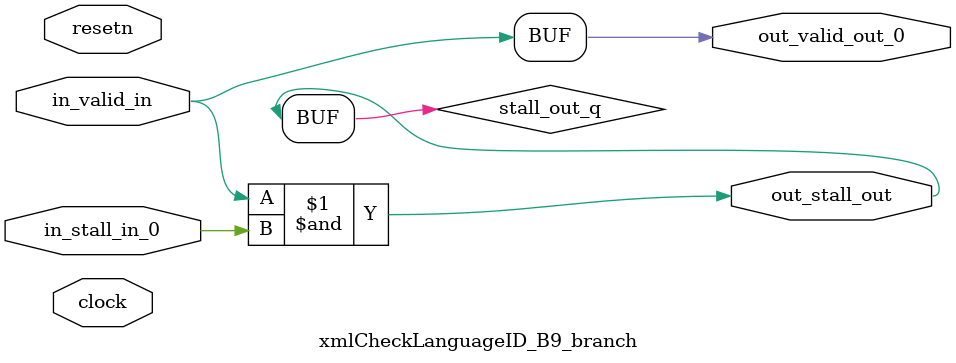
<source format=sv>



(* altera_attribute = "-name AUTO_SHIFT_REGISTER_RECOGNITION OFF; -name MESSAGE_DISABLE 10036; -name MESSAGE_DISABLE 10037; -name MESSAGE_DISABLE 14130; -name MESSAGE_DISABLE 14320; -name MESSAGE_DISABLE 15400; -name MESSAGE_DISABLE 14130; -name MESSAGE_DISABLE 10036; -name MESSAGE_DISABLE 12020; -name MESSAGE_DISABLE 12030; -name MESSAGE_DISABLE 12010; -name MESSAGE_DISABLE 12110; -name MESSAGE_DISABLE 14320; -name MESSAGE_DISABLE 13410; -name MESSAGE_DISABLE 113007; -name MESSAGE_DISABLE 10958" *)
module xmlCheckLanguageID_B9_branch (
    input wire [0:0] in_stall_in_0,
    input wire [0:0] in_valid_in,
    output wire [0:0] out_stall_out,
    output wire [0:0] out_valid_out_0,
    input wire clock,
    input wire resetn
    );

    wire [0:0] stall_out_q;


    // stall_out(LOGICAL,6)
    assign stall_out_q = in_valid_in & in_stall_in_0;

    // out_stall_out(GPOUT,4)
    assign out_stall_out = stall_out_q;

    // out_valid_out_0(GPOUT,5)
    assign out_valid_out_0 = in_valid_in;

endmodule

</source>
